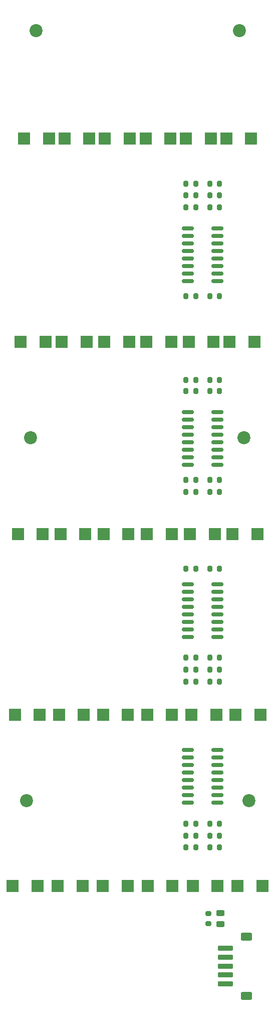
<source format=gbr>
%TF.GenerationSoftware,KiCad,Pcbnew,7.0.2*%
%TF.CreationDate,2025-02-12T15:24:12+00:00*%
%TF.ProjectId,fretboard,66726574-626f-4617-9264-2e6b69636164,rev?*%
%TF.SameCoordinates,Original*%
%TF.FileFunction,Soldermask,Top*%
%TF.FilePolarity,Negative*%
%FSLAX46Y46*%
G04 Gerber Fmt 4.6, Leading zero omitted, Abs format (unit mm)*
G04 Created by KiCad (PCBNEW 7.0.2) date 2025-02-12 15:24:12*
%MOMM*%
%LPD*%
G01*
G04 APERTURE LIST*
G04 Aperture macros list*
%AMRoundRect*
0 Rectangle with rounded corners*
0 $1 Rounding radius*
0 $2 $3 $4 $5 $6 $7 $8 $9 X,Y pos of 4 corners*
0 Add a 4 corners polygon primitive as box body*
4,1,4,$2,$3,$4,$5,$6,$7,$8,$9,$2,$3,0*
0 Add four circle primitives for the rounded corners*
1,1,$1+$1,$2,$3*
1,1,$1+$1,$4,$5*
1,1,$1+$1,$6,$7*
1,1,$1+$1,$8,$9*
0 Add four rect primitives between the rounded corners*
20,1,$1+$1,$2,$3,$4,$5,0*
20,1,$1+$1,$4,$5,$6,$7,0*
20,1,$1+$1,$6,$7,$8,$9,0*
20,1,$1+$1,$8,$9,$2,$3,0*%
G04 Aperture macros list end*
%ADD10R,2.100000X2.100000*%
%ADD11RoundRect,0.200000X-0.200000X-0.275000X0.200000X-0.275000X0.200000X0.275000X-0.200000X0.275000X0*%
%ADD12RoundRect,0.200000X0.275000X-0.200000X0.275000X0.200000X-0.275000X0.200000X-0.275000X-0.200000X0*%
%ADD13RoundRect,0.243750X0.456250X-0.243750X0.456250X0.243750X-0.456250X0.243750X-0.456250X-0.243750X0*%
%ADD14RoundRect,0.150000X-0.825000X-0.150000X0.825000X-0.150000X0.825000X0.150000X-0.825000X0.150000X0*%
%ADD15RoundRect,0.212500X1.087500X-0.212500X1.087500X0.212500X-1.087500X0.212500X-1.087500X-0.212500X0*%
%ADD16RoundRect,0.216667X0.733333X-0.433333X0.733333X0.433333X-0.733333X0.433333X-0.733333X-0.433333X0*%
%ADD17C,2.200000*%
G04 APERTURE END LIST*
D10*
%TO.C,J10*%
X18550000Y-70700000D03*
X14350000Y-70700000D03*
%TD*%
%TO.C,J19*%
X40250000Y-103100000D03*
X36050000Y-103100000D03*
%TD*%
D11*
%TO.C,R28*%
X32175000Y-154000000D03*
X33825000Y-154000000D03*
%TD*%
D12*
%TO.C,R31*%
X32000000Y-168825000D03*
X32000000Y-167175000D03*
%TD*%
D11*
%TO.C,R25*%
X28175000Y-152000000D03*
X29825000Y-152000000D03*
%TD*%
%TO.C,R8*%
X32175000Y-63000000D03*
X33825000Y-63000000D03*
%TD*%
D10*
%TO.C,J2*%
X5000000Y-36400000D03*
X800000Y-36400000D03*
%TD*%
D11*
%TO.C,R13*%
X28175000Y-94000000D03*
X29825000Y-94000000D03*
%TD*%
D10*
%TO.C,J22*%
X18350000Y-133600000D03*
X14150000Y-133600000D03*
%TD*%
%TO.C,J8*%
X4450000Y-70700000D03*
X250000Y-70700000D03*
%TD*%
%TO.C,J15*%
X11150000Y-103100000D03*
X6950000Y-103100000D03*
%TD*%
%TO.C,J20*%
X3450000Y-133600000D03*
X-750000Y-133600000D03*
%TD*%
%TO.C,J31*%
X36900000Y-162500000D03*
X41100000Y-162500000D03*
%TD*%
%TO.C,J25*%
X40750000Y-133600000D03*
X36550000Y-133600000D03*
%TD*%
D13*
%TO.C,D1*%
X34000000Y-168937500D03*
X34000000Y-167062500D03*
%TD*%
D10*
%TO.C,J27*%
X6500000Y-162500000D03*
X10700000Y-162500000D03*
%TD*%
%TO.C,J28*%
X14100000Y-162500000D03*
X18300000Y-162500000D03*
%TD*%
D11*
%TO.C,R2*%
X32175000Y-44000000D03*
X33825000Y-44000000D03*
%TD*%
D10*
%TO.C,J30*%
X29300000Y-162500000D03*
X33500000Y-162500000D03*
%TD*%
%TO.C,J4*%
X18650000Y-36400000D03*
X14450000Y-36400000D03*
%TD*%
D11*
%TO.C,R10*%
X32175000Y-77100000D03*
X33825000Y-77100000D03*
%TD*%
%TO.C,R20*%
X32175000Y-124000000D03*
X33825000Y-124000000D03*
%TD*%
D10*
%TO.C,J26*%
X-1100000Y-162500000D03*
X3100000Y-162500000D03*
%TD*%
D11*
%TO.C,R27*%
X28175000Y-154000000D03*
X29825000Y-154000000D03*
%TD*%
%TO.C,R4*%
X32175000Y-46000000D03*
X33825000Y-46000000D03*
%TD*%
%TO.C,R12*%
X32175000Y-79000000D03*
X33825000Y-79000000D03*
%TD*%
D14*
%TO.C,U2*%
X28525000Y-82555000D03*
X28525000Y-83825000D03*
X28525000Y-85095000D03*
X28525000Y-86365000D03*
X28525000Y-87635000D03*
X28525000Y-88905000D03*
X28525000Y-90175000D03*
X28525000Y-91445000D03*
X33475000Y-91445000D03*
X33475000Y-90175000D03*
X33475000Y-88905000D03*
X33475000Y-87635000D03*
X33475000Y-86365000D03*
X33475000Y-85095000D03*
X33475000Y-83825000D03*
X33475000Y-82555000D03*
%TD*%
D10*
%TO.C,J24*%
X33300000Y-133600000D03*
X29100000Y-133600000D03*
%TD*%
%TO.C,J6*%
X32350000Y-36400000D03*
X28150000Y-36400000D03*
%TD*%
%TO.C,J7*%
X39200000Y-36400000D03*
X35000000Y-36400000D03*
%TD*%
%TO.C,J23*%
X25800000Y-133600000D03*
X21600000Y-133600000D03*
%TD*%
D11*
%TO.C,R17*%
X28175000Y-109000000D03*
X29825000Y-109000000D03*
%TD*%
%TO.C,R3*%
X28175000Y-46000000D03*
X29825000Y-46000000D03*
%TD*%
D10*
%TO.C,J5*%
X25550000Y-36400000D03*
X21350000Y-36400000D03*
%TD*%
%TO.C,J21*%
X10900000Y-133600000D03*
X6700000Y-133600000D03*
%TD*%
D14*
%TO.C,U1*%
X28525000Y-51555000D03*
X28525000Y-52825000D03*
X28525000Y-54095000D03*
X28525000Y-55365000D03*
X28525000Y-56635000D03*
X28525000Y-57905000D03*
X28525000Y-59175000D03*
X28525000Y-60445000D03*
X33475000Y-60445000D03*
X33475000Y-59175000D03*
X33475000Y-57905000D03*
X33475000Y-56635000D03*
X33475000Y-55365000D03*
X33475000Y-54095000D03*
X33475000Y-52825000D03*
X33475000Y-51555000D03*
%TD*%
D11*
%TO.C,R29*%
X28175000Y-156000000D03*
X29825000Y-156000000D03*
%TD*%
%TO.C,R21*%
X28175000Y-126000000D03*
X29825000Y-126000000D03*
%TD*%
D10*
%TO.C,J18*%
X33050000Y-103100000D03*
X28850000Y-103100000D03*
%TD*%
D11*
%TO.C,R9*%
X28175000Y-77100000D03*
X29825000Y-77100000D03*
%TD*%
%TO.C,R26*%
X32175000Y-152000000D03*
X33825000Y-152000000D03*
%TD*%
%TO.C,R11*%
X28175000Y-79000000D03*
X29825000Y-79000000D03*
%TD*%
%TO.C,R16*%
X32175000Y-96000000D03*
X33825000Y-96000000D03*
%TD*%
%TO.C,R1*%
X28175000Y-44000000D03*
X29825000Y-44000000D03*
%TD*%
%TO.C,R18*%
X32175000Y-109000000D03*
X33825000Y-109000000D03*
%TD*%
D10*
%TO.C,J12*%
X32850000Y-70700000D03*
X28650000Y-70700000D03*
%TD*%
D11*
%TO.C,R7*%
X28175000Y-63000000D03*
X29825000Y-63000000D03*
%TD*%
%TO.C,R23*%
X28175000Y-128000000D03*
X29825000Y-128000000D03*
%TD*%
%TO.C,R15*%
X28175000Y-96000000D03*
X29825000Y-96000000D03*
%TD*%
%TO.C,R24*%
X32175000Y-128000000D03*
X33825000Y-128000000D03*
%TD*%
D10*
%TO.C,J11*%
X25700000Y-70700000D03*
X21500000Y-70700000D03*
%TD*%
D11*
%TO.C,R5*%
X28175000Y-48000000D03*
X29825000Y-48000000D03*
%TD*%
%TO.C,R30*%
X32175000Y-156000000D03*
X33825000Y-156000000D03*
%TD*%
D14*
%TO.C,U3*%
X28525000Y-111555000D03*
X28525000Y-112825000D03*
X28525000Y-114095000D03*
X28525000Y-115365000D03*
X28525000Y-116635000D03*
X28525000Y-117905000D03*
X28525000Y-119175000D03*
X28525000Y-120445000D03*
X33475000Y-120445000D03*
X33475000Y-119175000D03*
X33475000Y-117905000D03*
X33475000Y-116635000D03*
X33475000Y-115365000D03*
X33475000Y-114095000D03*
X33475000Y-112825000D03*
X33475000Y-111555000D03*
%TD*%
D10*
%TO.C,J3*%
X11850000Y-36400000D03*
X7650000Y-36400000D03*
%TD*%
%TO.C,J16*%
X18450000Y-103100000D03*
X14250000Y-103100000D03*
%TD*%
D11*
%TO.C,R22*%
X32175000Y-126000000D03*
X33825000Y-126000000D03*
%TD*%
D10*
%TO.C,J9*%
X11350000Y-70700000D03*
X7150000Y-70700000D03*
%TD*%
%TO.C,J17*%
X25750000Y-103100000D03*
X21550000Y-103100000D03*
%TD*%
%TO.C,J14*%
X3950000Y-103100000D03*
X-250000Y-103100000D03*
%TD*%
D11*
%TO.C,R14*%
X32175000Y-94000000D03*
X33825000Y-94000000D03*
%TD*%
%TO.C,R19*%
X28175000Y-124000000D03*
X29825000Y-124000000D03*
%TD*%
D15*
%TO.C,J1*%
X34800000Y-173000000D03*
X34800000Y-174500000D03*
X34800000Y-176000000D03*
X34800000Y-177500000D03*
X34800000Y-179000000D03*
D16*
X38400000Y-181000000D03*
X38400000Y-171000000D03*
%TD*%
D10*
%TO.C,J13*%
X39750000Y-70700000D03*
X35550000Y-70700000D03*
%TD*%
%TO.C,J29*%
X21700000Y-162500000D03*
X25900000Y-162500000D03*
%TD*%
D11*
%TO.C,R6*%
X32175000Y-48000000D03*
X33825000Y-48000000D03*
%TD*%
D14*
%TO.C,U4*%
X28525000Y-139555000D03*
X28525000Y-140825000D03*
X28525000Y-142095000D03*
X28525000Y-143365000D03*
X28525000Y-144635000D03*
X28525000Y-145905000D03*
X28525000Y-147175000D03*
X28525000Y-148445000D03*
X33475000Y-148445000D03*
X33475000Y-147175000D03*
X33475000Y-145905000D03*
X33475000Y-144635000D03*
X33475000Y-143365000D03*
X33475000Y-142095000D03*
X33475000Y-140825000D03*
X33475000Y-139555000D03*
%TD*%
D17*
%TO.C,H5*%
X1200000Y-148100000D03*
%TD*%
%TO.C,H2*%
X37200000Y-18200000D03*
%TD*%
%TO.C,H3*%
X1900000Y-86900000D03*
%TD*%
%TO.C,H1*%
X2800000Y-18200000D03*
%TD*%
%TO.C,H4*%
X38000000Y-86900000D03*
%TD*%
%TO.C,H6*%
X38800000Y-148100000D03*
%TD*%
M02*

</source>
